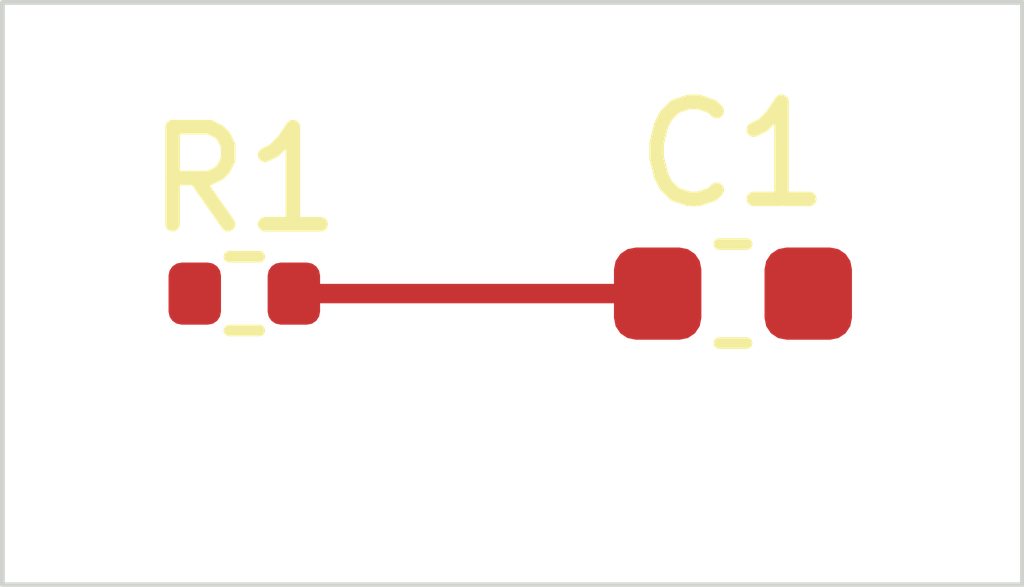
<source format=kicad_pcb>
(kicad_pcb (version 20240108) (generator "pcbnew") (generator_version "8.0")
  (layers (0 "F.Cu" signal) (31 "B.Cu" signal) (34 "B.Paste" user) (35 "F.Paste" user) (36 "B.SilkS" user "B.Silkscreen") (37 "F.SilkS" user "F.Silkscreen") (38 "B.Mask" user) (39 "F.Mask" user) (44 "Edge.Cuts" user))
  (net 0 "")
  (net 2 "Net-(C1-Pad1)")
  (footprint "Capacitor_SMD:C_0603_1608Metric" (layer "F.Cu") (at 155.02 105)
    (property "Reference" "C1" (at 0 -1.43 0) (layer "F.SilkS"))
    (property "Value" "1uF")
    (fp_line (start -0.14058 -0.51) (end 0.14058 -0.51) (stroke (width 0.12)) (layer "F.SilkS"))
    (fp_line (start -0.14058 0.51) (end 0.14058 0.51) (stroke (width 0.12)) (layer "F.SilkS"))
    (pad "1" smd roundrect (at -0.775 0) (size 0.9 0.95) (layers "F.Cu" "F.Paste" "F.Mask") (net 2 "Net-(C1-Pad1)"))
    (pad "2" smd roundrect (at 0.775 0) (size 0.9 0.95) (layers "F.Cu" "F.Paste" "F.Mask"))
  )
  (footprint "Resistor_SMD:R_0402_1005Metric" (layer "F.Cu") (at 149.99 105)
    (property "Reference" "R1" (at 0 -1.17 0) (layer "F.SilkS"))
    (property "Value" "1k")
    (fp_line (start -0.153641 -0.38) (end 0.153641 -0.38) (stroke (width 0.12)) (layer "F.SilkS"))
    (fp_line (start -0.153641 0.38) (end 0.153641 0.38) (stroke (width 0.12)) (layer "F.SilkS"))
    (pad "1" smd roundrect (at -0.51 0) (size 0.54 0.64) (layers "F.Cu" "F.Paste" "F.Mask"))
    (pad "2" smd roundrect (at 0.51 0) (size 0.54 0.64) (layers "F.Cu" "F.Paste" "F.Mask") (net 2 "Net-(C1-Pad1)"))
  )
  (gr_rect (start 147.5 102) (end 158 108) (stroke (width 0.05)) (fill none) (layer "Edge.Cuts"))
  (segment (start 150.5 105) (end 154.54 105) (width 0.2) (layer "F.Cu") (net 2))
)
</source>
